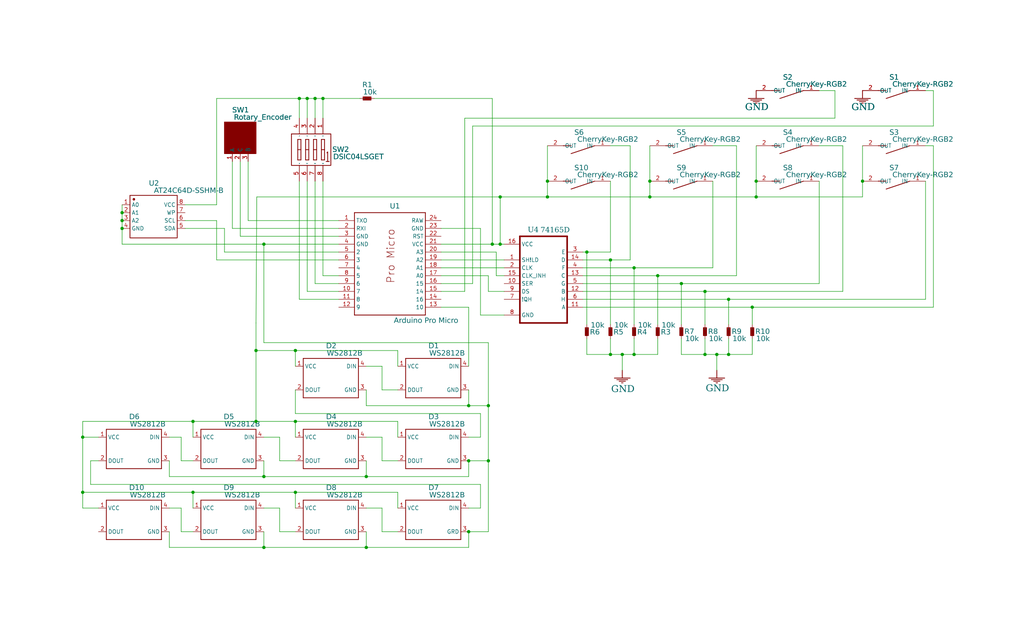
<source format=kicad_sch>
(kicad_sch (version 20231120) (generator "eeschema") (generator_version "8.0")
  (paper "User" 330.2 205.105)
  (title_block (date "2024-03-20") (rev "1.0"))
  (lib_symbols
    (symbol "AT24C64D-SSHM-B"
      (property "Reference" "U2" (at -1.4986 11.5951 0))
      (property "Value" "AT24C64D-SSHM-B" (at -1.4986 9.3091 0))
      (symbol "AT24C64D-SSHM-B_0_0"
        (rectangle (start -7.62 6.858) (end 7.62 -6.858) (stroke (width 0.254)))
        (circle (center -6.35 5.588) (radius 0.254) (stroke (width 0.254)) (fill (type outline)))
        (circle (center -6.35 5.588) (radius 0.254) (stroke (width 0.254)) (fill (type outline)))
        (pin unspecified line (at -10.16 3.81 0) (length 2.54) (name "A0") (number "1"))
        (pin unspecified line (at -10.16 1.27 0) (length 2.54) (name "A1") (number "2"))
        (pin unspecified line (at -10.16 -1.27 0) (length 2.54) (name "A2") (number "3"))
        (pin unspecified line (at -10.16 -3.81 0) (length 2.54) (name "GND") (number "4"))
        (pin unspecified line (at 10.16 -3.81 180) (length 2.54) (name "SDA") (number "5"))
        (pin unspecified line (at 10.16 -1.27 180) (length 2.54) (name "SCL") (number "6"))
        (pin unspecified line (at 10.16 1.27 180) (length 2.54) (name "WP") (number "7"))
        (pin unspecified line (at 10.16 3.81 180) (length 2.54) (name "VCC") (number "8"))
      )
    )
    (symbol "CherryKey-RGB2"
      (property "Reference" "S3" (at 11.2268 8.9535 0))
      (property "Value" "CherryKey-RGB2" (at 11.2268 6.7691 0))
      (symbol "CherryKey-RGB2_0_0"
        (polyline (pts (xy 7.62 3.81) (xy 10.16 3.81)) (stroke (width 0.254)))
        (polyline (pts (xy 17.78 3.81) (xy 10.16 1.27)) (stroke (width 0.254)))
        (pin unspecified line (at 22.86 3.81 180) (length 5.08) (name "IN") (number "1"))
        (pin unspecified line (at 2.54 3.81 0) (length 5.08) (name "OUT") (number "2"))
      )
    )
    (symbol "CherryKey-RGB2_1"
      (property "Reference" "S4" (at 11.2268 8.9535 0))
      (property "Value" "CherryKey-RGB2" (at 11.2268 6.7691 0))
      (symbol "CherryKey-RGB2_1_0_0"
        (polyline (pts (xy 7.62 3.81) (xy 10.16 3.81)) (stroke (width 0.254)))
        (polyline (pts (xy 17.78 3.81) (xy 10.16 1.27)) (stroke (width 0.254)))
        (pin unspecified line (at 22.86 3.81 180) (length 5.08) (name "IN") (number "1"))
        (pin unspecified line (at 2.54 3.81 0) (length 5.08) (name "OUT") (number "2"))
      )
    )
    (symbol "CherryKey-RGB2_2"
      (property "Reference" "S5" (at 11.2268 8.9535 0))
      (property "Value" "CherryKey-RGB2" (at 11.2268 6.7691 0))
      (symbol "CherryKey-RGB2_2_0_0"
        (polyline (pts (xy 7.62 3.81) (xy 10.16 3.81)) (stroke (width 0.254)))
        (polyline (pts (xy 17.78 3.81) (xy 10.16 1.27)) (stroke (width 0.254)))
        (pin unspecified line (at 22.86 3.81 180) (length 5.08) (name "IN") (number "1"))
        (pin unspecified line (at 2.54 3.81 0) (length 5.08) (name "OUT") (number "2"))
      )
    )
    (symbol "CherryKey-RGB2_3"
      (property "Reference" "S6" (at 11.2268 8.9535 0))
      (property "Value" "CherryKey-RGB2" (at 11.2268 6.7691 0))
      (symbol "CherryKey-RGB2_3_0_0"
        (polyline (pts (xy 7.62 3.81) (xy 10.16 3.81)) (stroke (width 0.254)))
        (polyline (pts (xy 17.78 3.81) (xy 10.16 1.27)) (stroke (width 0.254)))
        (pin unspecified line (at 22.86 3.81 180) (length 5.08) (name "IN") (number "1"))
        (pin unspecified line (at 2.54 3.81 0) (length 5.08) (name "OUT") (number "2"))
      )
    )
    (symbol "CherryKey-RGB2_4"
      (property "Reference" "S7" (at 11.2268 8.9535 0))
      (property "Value" "CherryKey-RGB2" (at 11.2268 6.7691 0))
      (symbol "CherryKey-RGB2_4_0_0"
        (polyline (pts (xy 7.62 3.81) (xy 10.16 3.81)) (stroke (width 0.254)))
        (polyline (pts (xy 17.78 3.81) (xy 10.16 1.27)) (stroke (width 0.254)))
        (pin unspecified line (at 22.86 3.81 180) (length 5.08) (name "IN") (number "1"))
        (pin unspecified line (at 2.54 3.81 0) (length 5.08) (name "OUT") (number "2"))
      )
    )
    (symbol "CherryKey-RGB2_5"
      (property "Reference" "S8" (at 11.2268 8.9535 0))
      (property "Value" "CherryKey-RGB2" (at 11.2268 6.7691 0))
      (symbol "CherryKey-RGB2_5_0_0"
        (polyline (pts (xy 7.62 3.81) (xy 10.16 3.81)) (stroke (width 0.254)))
        (polyline (pts (xy 17.78 3.81) (xy 10.16 1.27)) (stroke (width 0.254)))
        (pin unspecified line (at 22.86 3.81 180) (length 5.08) (name "IN") (number "1"))
        (pin unspecified line (at 2.54 3.81 0) (length 5.08) (name "OUT") (number "2"))
      )
    )
    (symbol "CherryKey-RGB2_6"
      (property "Reference" "S9" (at 11.2268 8.9535 0))
      (property "Value" "CherryKey-RGB2" (at 11.2268 6.7691 0))
      (symbol "CherryKey-RGB2_6_0_0"
        (polyline (pts (xy 7.62 3.81) (xy 10.16 3.81)) (stroke (width 0.254)))
        (polyline (pts (xy 17.78 3.81) (xy 10.16 1.27)) (stroke (width 0.254)))
        (pin unspecified line (at 22.86 3.81 180) (length 5.08) (name "IN") (number "1"))
        (pin unspecified line (at 2.54 3.81 0) (length 5.08) (name "OUT") (number "2"))
      )
    )
    (symbol "CherryKey-RGB2_7"
      (property "Reference" "S10" (at 11.2268 8.9535 0))
      (property "Value" "CherryKey-RGB2" (at 11.2268 6.7691 0))
      (symbol "CherryKey-RGB2_7_0_0"
        (polyline (pts (xy 7.62 3.81) (xy 10.16 3.81)) (stroke (width 0.254)))
        (polyline (pts (xy 17.78 3.81) (xy 10.16 1.27)) (stroke (width 0.254)))
        (pin unspecified line (at 22.86 3.81 180) (length 5.08) (name "IN") (number "1"))
        (pin unspecified line (at 2.54 3.81 0) (length 5.08) (name "OUT") (number "2"))
      )
    )
    (symbol "CherryKey-RGB2_8"
      (property "Reference" "S1" (at 11.2268 8.9535 0))
      (property "Value" "CherryKey-RGB2" (at 11.2268 6.7691 0))
      (symbol "CherryKey-RGB2_8_0_0"
        (polyline (pts (xy 7.62 3.81) (xy 10.16 3.81)) (stroke (width 0.254)))
        (polyline (pts (xy 17.78 3.81) (xy 10.16 1.27)) (stroke (width 0.254)))
        (pin unspecified line (at 22.86 3.81 180) (length 5.08) (name "IN") (number "1"))
        (pin unspecified line (at 2.54 3.81 0) (length 5.08) (name "OUT") (number "2"))
      )
    )
    (symbol "CherryKey-RGB2_9"
      (property "Reference" "S2" (at 11.2268 8.9535 0))
      (property "Value" "CherryKey-RGB2" (at 11.2268 6.7691 0))
      (symbol "CherryKey-RGB2_9_0_0"
        (polyline (pts (xy 7.62 3.81) (xy 10.16 3.81)) (stroke (width 0.254)))
        (polyline (pts (xy 17.78 3.81) (xy 10.16 1.27)) (stroke (width 0.254)))
        (pin unspecified line (at 22.86 3.81 180) (length 5.08) (name "IN") (number "1"))
        (pin unspecified line (at 2.54 3.81 0) (length 5.08) (name "OUT") (number "2"))
      )
    )
    (symbol "DSIC04LSGET"
      (property "Reference" "SW2" (at 6.858 0.9017 0))
      (property "Value" "DSIC04LSGET" (at 6.858 -1.3843 0))
      (symbol "DSIC04LSGET_0_0"
        (rectangle (start -6.35 5.08) (end 6.35 -5.08) (stroke (width 0.254)))
        (polyline (pts (xy -4.318 -3.302) (xy -4.318 3.302)) (stroke (width 0.254)))
        (polyline (pts (xy -4.318 3.302) (xy -3.302 3.302)) (stroke (width 0.254)))
        (polyline (pts (xy -3.302 -3.302) (xy -4.318 -3.302)) (stroke (width 0.254)))
        (polyline (pts (xy -3.302 0) (xy -4.318 0)) (stroke (width 0.254)))
        (polyline (pts (xy -3.302 3.302) (xy -3.302 -3.302)) (stroke (width 0.254)))
        (polyline (pts (xy -1.778 -3.302) (xy -1.778 3.302)) (stroke (width 0.254)))
        (polyline (pts (xy -1.778 3.302) (xy -0.762 3.302)) (stroke (width 0.254)))
        (polyline (pts (xy -0.762 -3.302) (xy -1.778 -3.302)) (stroke (width 0.254)))
        (polyline (pts (xy -0.762 0) (xy -1.778 0)) (stroke (width 0.254)))
        (polyline (pts (xy -0.762 3.302) (xy -0.762 -3.302)) (stroke (width 0.254)))
        (polyline (pts (xy 0.762 -3.302) (xy 0.762 3.302)) (stroke (width 0.254)))
        (polyline (pts (xy 0.762 3.302) (xy 1.778 3.302)) (stroke (width 0.254)))
        (polyline (pts (xy 1.778 -3.302) (xy 0.762 -3.302)) (stroke (width 0.254)))
        (polyline (pts (xy 1.778 0) (xy 0.762 0)) (stroke (width 0.254)))
        (polyline (pts (xy 1.778 3.302) (xy 1.778 -3.302)) (stroke (width 0.254)))
        (polyline (pts (xy 3.302 -3.302) (xy 3.302 3.302)) (stroke (width 0.254)))
        (polyline (pts (xy 3.302 3.302) (xy 4.318 3.302)) (stroke (width 0.254)))
        (polyline (pts (xy 4.318 -3.302) (xy 3.302 -3.302)) (stroke (width 0.254)))
        (polyline (pts (xy 4.318 0) (xy 3.302 0)) (stroke (width 0.254)))
        (polyline (pts (xy 4.318 3.302) (xy 4.318 -3.302)) (stroke (width 0.254)))
        (polyline (pts (xy 5.08 -1.016) (xy 5.334 -0.762)) (stroke (width 0.254)))
        (polyline (pts (xy 5.334 -0.762) (xy 5.334 -3.81)) (stroke (width 0.254)))
        (polyline (pts (xy 5.842 -3.81) (xy 4.826 -3.81)) (stroke (width 0.254)))
        (pin input line (at 3.81 10.16 270) (length 5.08) (name "A1") (number "1"))
        (pin input line (at 1.27 10.16 270) (length 5.08) (name "A2") (number "2"))
        (pin input line (at -1.27 10.16 270) (length 5.08) (name "A3") (number "3"))
        (pin input line (at -3.81 10.16 270) (length 5.08) (name "A4") (number "4"))
        (pin input line (at -3.81 -10.16 90) (length 5.08) (name "B4") (number "5"))
        (pin input line (at -1.27 -10.16 90) (length 5.08) (name "B3") (number "6"))
        (pin input line (at 1.27 -10.16 90) (length 5.08) (name "B2") (number "7"))
        (pin input line (at 3.81 -10.16 90) (length 5.08) (name "B1") (number "8"))
      )
    )
    (symbol "GND" (power) (pin_numbers hide) (pin_names hide)
      (property "Value" "GND" (at 0 6.35 0))
      (symbol "GND_0_0"
        (polyline (pts (xy -2.54 -2.54) (xy 2.54 -2.54)) (stroke (width 0.254)))
        (polyline (pts (xy -1.778 -3.048) (xy 1.778 -3.048)) (stroke (width 0.254)))
        (polyline (pts (xy -1.016 -3.556) (xy 1.016 -3.556)) (stroke (width 0.254)))
        (polyline (pts (xy -0.254 -4.064) (xy 0.254 -4.064)) (stroke (width 0.254)))
        (polyline (pts (xy 0 0) (xy 0 -2.54)) (stroke (width 0.254)))
        (pin power_in line (at 0 0 270) (length 0) (name "GND") (number "1"))
      )
    )
    (symbol "Resistor_small"
      (property "Reference" "R1" (at -2.7686 5.2451 0))
      (property "Value" "ResistorToday" (at -2.7686 2.9591 0))
      (symbol "Resistor_small_0_0"
        (rectangle (start -2.54 0.508) (end 0 -0.508) (stroke (width 0.254)) (fill (type outline)))
        (pin unspecified line (at -3.556 0 0) (length 2.54) (name "1") (number "1"))
        (pin unspecified line (at 1.016 0 180) (length 2.54) (name "2") (number "2"))
      )
    )
    (symbol "Resistor_small_1"
      (property "Reference" "R3" (at 1.016 1.9685 0))
      (property "Value" "ResistorToday" (at 1.016 4.2545 0))
      (symbol "Resistor_small_1_0_0"
        (rectangle (start -0.508 2.54) (end 0.508 0) (stroke (width 0.254)) (fill (type outline)))
        (pin unspecified line (at 0 3.556 270) (length 2.54) (name "1") (number "1"))
        (pin unspecified line (at 0 -1.016 90) (length 2.54) (name "2") (number "2"))
      )
    )
    (symbol "Resistor_small_2"
      (property "Reference" "R4" (at 1.016 1.9685 0))
      (property "Value" "ResistorToday" (at 1.016 4.2545 0))
      (symbol "Resistor_small_2_0_0"
        (rectangle (start -0.508 2.54) (end 0.508 0) (stroke (width 0.254)) (fill (type outline)))
        (pin unspecified line (at 0 3.556 270) (length 2.54) (name "1") (number "1"))
        (pin unspecified line (at 0 -1.016 90) (length 2.54) (name "2") (number "2"))
      )
    )
    (symbol "Resistor_small_3"
      (property "Reference" "R5" (at 1.016 1.9685 0))
      (property "Value" "ResistorToday" (at 1.016 4.2545 0))
      (symbol "Resistor_small_3_0_0"
        (rectangle (start -0.508 2.54) (end 0.508 0) (stroke (width 0.254)) (fill (type outline)))
        (pin unspecified line (at 0 3.556 270) (length 2.54) (name "1") (number "1"))
        (pin unspecified line (at 0 -1.016 90) (length 2.54) (name "2") (number "2"))
      )
    )
    (symbol "Resistor_small_4"
      (property "Reference" "R6" (at 1.016 1.9685 0))
      (property "Value" "ResistorToday" (at 1.016 4.2545 0))
      (symbol "Resistor_small_4_0_0"
        (rectangle (start -0.508 2.54) (end 0.508 0) (stroke (width 0.254)) (fill (type outline)))
        (pin unspecified line (at 0 3.556 270) (length 2.54) (name "1") (number "1"))
        (pin unspecified line (at 0 -1.016 90) (length 2.54) (name "2") (number "2"))
      )
    )
    (symbol "Resistor_small_5"
      (property "Reference" "R7" (at 1.016 2.1463 0))
      (property "Value" "ResistorToday" (at 1.016 -0.1143 0))
      (symbol "Resistor_small_5_0_0"
        (rectangle (start -0.508 2.54) (end 0.508 0) (stroke (width 0.254)) (fill (type outline)))
        (pin unspecified line (at 0 3.556 270) (length 2.54) (name "1") (number "1"))
        (pin unspecified line (at 0 -1.016 90) (length 2.54) (name "2") (number "2"))
      )
    )
    (symbol "Resistor_small_6"
      (property "Reference" "R8" (at 1.016 2.1463 0))
      (property "Value" "ResistorToday" (at 1.016 -0.1143 0))
      (symbol "Resistor_small_6_0_0"
        (rectangle (start -0.508 2.54) (end 0.508 0) (stroke (width 0.254)) (fill (type outline)))
        (pin unspecified line (at 0 3.556 270) (length 2.54) (name "1") (number "1"))
        (pin unspecified line (at 0 -1.016 90) (length 2.54) (name "2") (number "2"))
      )
    )
    (symbol "Resistor_small_7"
      (property "Reference" "R9" (at 1.016 2.1463 0))
      (property "Value" "ResistorToday" (at 1.016 -0.1143 0))
      (symbol "Resistor_small_7_0_0"
        (rectangle (start -0.508 2.54) (end 0.508 0) (stroke (width 0.254)) (fill (type outline)))
        (pin unspecified line (at 0 3.556 270) (length 2.54) (name "1") (number "1"))
        (pin unspecified line (at 0 -1.016 90) (length 2.54) (name "2") (number "2"))
      )
    )
    (symbol "Resistor_small_8"
      (property "Reference" "R10" (at 1.016 2.1463 0))
      (property "Value" "ResistorToday" (at 1.016 -0.1143 0))
      (symbol "Resistor_small_8_0_0"
        (rectangle (start -0.508 2.54) (end 0.508 0) (stroke (width 0.254)) (fill (type outline)))
        (pin unspecified line (at 0 3.556 270) (length 2.54) (name "1") (number "1"))
        (pin unspecified line (at 0 -1.016 90) (length 2.54) (name "2") (number "2"))
      )
    )
    (symbol "Rotary_Encoder"
      (property "Reference" "SW1" (at -2.5654 11.0871 0))
      (property "Value" "Rotary_Encoder" (at -2.5654 8.8011 0))
      (symbol "Rotary_Encoder_0_0"
        (rectangle (start -5.08 6.35) (end 5.08 -3.81) (stroke (width 0.254)) (fill (type outline)))
        (polyline (pts (xy -3.556 1.778) (xy -3.048 1.27)) (stroke (width 0.254)))
        (polyline (pts (xy -3.048 1.27) (xy -2.54 1.778)) (stroke (width 0.254)))
        (polyline (pts (xy -1.778 1.524) (xy 1.778 1.524)) (stroke (width 0.254)))
        (polyline (pts (xy 1.778 1.016) (xy -1.778 1.016)) (stroke (width 0.254)))
        (polyline (pts (xy 1.778 1.27) (xy -1.778 1.27)) (stroke (width 0.254)))
        (polyline (pts (xy 3.048 1.27) (xy 2.54 1.778)) (stroke (width 0.254)))
        (polyline (pts (xy 3.048 1.27) (xy 3.556 1.778)) (stroke (width 0.254)))
        (arc (start 0 3.175) (mid -0.0386 -0.6346) (end 0.0762 3.1496) (stroke (width 0.254)))
        (arc (start 3.048 1.27) (mid 0 4.318) (end -3.048 1.27) (stroke (width 0.254)))
        (pin input line (at -2.54 -6.35 90) (length 2.54) (name "A") (number "1"))
        (pin input line (at 0 -6.35 90) (length 2.54) (name "C") (number "2"))
        (pin input line (at 2.54 -6.35 90) (length 2.54) (name "B") (number "3"))
      )
    )
    (symbol "Unknown_420_-495"
      (property "Reference" "U1" (at 0 19.4691 0))
      (property "Value" "Arduino Pro Micro" (at 0 -17.3609 0))
      (symbol "Unknown_420_-495_0_0"
        (polyline (pts (xy -11.43 -16.51) (xy 11.43 -16.51)) (stroke (width 0.254)))
        (polyline (pts (xy -11.43 16.51) (xy -11.43 -16.51)) (stroke (width 0.254)))
        (polyline (pts (xy 11.43 -16.51) (xy 11.43 16.51)) (stroke (width 0.254)))
        (polyline (pts (xy 11.43 16.51) (xy -11.43 16.51)) (stroke (width 0.254)))
        (text "Pro Micro" (at -1.143 -6.35 900) (effects (font (size 2.413 2.413)) (justify left top)))
        (pin unspecified line (at -16.51 13.97 0) (length 5.08) (name "TXO") (number "1"))
        (pin unspecified line (at -16.51 -8.89 0) (length 5.08) (name "7") (number "10"))
        (pin unspecified line (at -16.51 -11.43 0) (length 5.08) (name "8") (number "11"))
        (pin unspecified line (at -16.51 -13.97 0) (length 5.08) (name "9") (number "12"))
        (pin unspecified line (at 16.51 -13.97 180) (length 5.08) (name "10") (number "13"))
        (pin unspecified line (at 16.51 -11.43 180) (length 5.08) (name "16") (number "14"))
        (pin unspecified line (at 16.51 -8.89 180) (length 5.08) (name "14") (number "15"))
        (pin unspecified line (at 16.51 -6.35 180) (length 5.08) (name "15") (number "16"))
        (pin unspecified line (at 16.51 -3.81 180) (length 5.08) (name "A0") (number "17"))
        (pin unspecified line (at 16.51 -1.27 180) (length 5.08) (name "A1") (number "18"))
        (pin unspecified line (at 16.51 1.27 180) (length 5.08) (name "A2") (number "19"))
        (pin unspecified line (at -16.51 11.43 0) (length 5.08) (name "RXI") (number "2"))
        (pin unspecified line (at 16.51 3.81 180) (length 5.08) (name "A3") (number "20"))
        (pin unspecified line (at 16.51 6.35 180) (length 5.08) (name "VCC") (number "21"))
        (pin unspecified line (at 16.51 8.89 180) (length 5.08) (name "RST") (number "22"))
        (pin unspecified line (at 16.51 11.43 180) (length 5.08) (name "GND") (number "23"))
        (pin unspecified line (at 16.51 13.97 180) (length 5.08) (name "RAW") (number "24"))
        (pin unspecified line (at -16.51 8.89 0) (length 5.08) (name "GND") (number "3"))
        (pin unspecified line (at -16.51 6.35 0) (length 5.08) (name "GND") (number "4"))
        (pin unspecified line (at -16.51 3.81 0) (length 5.08) (name "2") (number "5"))
        (pin unspecified line (at -16.51 1.27 0) (length 5.08) (name "3") (number "6"))
        (pin unspecified line (at -16.51 -1.27 0) (length 5.08) (name "4") (number "7"))
        (pin unspecified line (at -16.51 -3.81 0) (length 5.08) (name "5") (number "8"))
        (pin unspecified line (at -16.51 -6.35 0) (length 5.08) (name "6") (number "9"))
      )
    )
    (symbol "Unknown_615_-475"
      (property "Reference" "U4" (at -5.08 16.9291 0))
      (property "Value" "74165D" (at -1.27 16.9291 0))
      (symbol "Unknown_615_-475_0_0"
        (polyline (pts (xy -7.62 -13.97) (xy 7.62 -13.97)) (stroke (width 0.508)))
        (polyline (pts (xy -7.62 13.97) (xy -7.62 -13.97)) (stroke (width 0.508)))
        (polyline (pts (xy 7.62 -13.97) (xy 7.62 13.97)) (stroke (width 0.508)))
        (polyline (pts (xy 7.62 13.97) (xy -7.62 13.97)) (stroke (width 0.508)))
        (pin input line (at -12.7 6.35 0) (length 5.08) (name "SH!LD") (number "1"))
        (pin input line (at -12.7 -1.27 0) (length 5.08) (name "SER") (number "10"))
        (pin unspecified line (at 12.7 -8.89 180) (length 5.08) (name "A") (number "11"))
        (pin unspecified line (at 12.7 -3.81 180) (length 5.08) (name "B") (number "12"))
        (pin unspecified line (at 12.7 1.27 180) (length 5.08) (name "C") (number "13"))
        (pin unspecified line (at 12.7 6.35 180) (length 5.08) (name "D") (number "14"))
        (pin input line (at -12.7 1.27 0) (length 5.08) (name "CLK_INH") (number "15"))
        (pin passive line (at -12.7 11.43 0) (length 5.08) (name "VCC") (number "16"))
        (pin input line (at -12.7 3.81 0) (length 5.08) (name "CLK") (number "2"))
        (pin unspecified line (at 12.7 8.89 180) (length 5.08) (name "E") (number "3"))
        (pin unspecified line (at 12.7 3.81 180) (length 5.08) (name "F") (number "4"))
        (pin unspecified line (at 12.7 -1.27 180) (length 5.08) (name "G") (number "5"))
        (pin unspecified line (at 12.7 -6.35 180) (length 5.08) (name "H") (number "6"))
        (pin input line (at -12.7 -6.35 0) (length 5.08) (name "!QH") (number "7"))
        (pin passive line (at -12.7 -11.43 0) (length 5.08) (name "GND") (number "8"))
        (pin unspecified line (at -12.7 -3.81 0) (length 5.08) (name "DS") (number "9"))
      )
    )
    (symbol "WS2812B"
      (property "Reference" "D1" (at 4.826 12.5095 0))
      (property "Value" "WS2812B" (at 4.826 10.1981 0))
      (symbol "WS2812B_0_0"
        (polyline (pts (xy -2.54 -5.08) (xy 15.24 -5.08)) (stroke (width 0.254)))
        (polyline (pts (xy -2.54 7.62) (xy -2.54 -5.08)) (stroke (width 0.254)))
        (polyline (pts (xy 15.24 -5.08) (xy 15.24 7.62)) (stroke (width 0.254)))
        (polyline (pts (xy 15.24 7.62) (xy -2.54 7.62)) (stroke (width 0.254)))
        (pin passive line (at -5.08 5.08 0) (length 2.54) (name "VCC") (number "1"))
        (pin output line (at -5.08 -2.54 0) (length 2.54) (name "DOUT") (number "2"))
        (pin passive line (at 17.78 -2.54 180) (length 2.54) (name "GND") (number "3"))
        (pin input line (at 17.78 5.08 180) (length 2.54) (name "DIN") (number "4"))
      )
    )
    (symbol "WS2812B_1"
      (property "Reference" "D2" (at 4.826 12.5095 0))
      (property "Value" "WS2812B" (at 4.826 10.1981 0))
      (symbol "WS2812B_1_0_0"
        (polyline (pts (xy -2.54 -5.08) (xy 15.24 -5.08)) (stroke (width 0.254)))
        (polyline (pts (xy -2.54 7.62) (xy -2.54 -5.08)) (stroke (width 0.254)))
        (polyline (pts (xy 15.24 -5.08) (xy 15.24 7.62)) (stroke (width 0.254)))
        (polyline (pts (xy 15.24 7.62) (xy -2.54 7.62)) (stroke (width 0.254)))
        (pin passive line (at -5.08 5.08 0) (length 2.54) (name "VCC") (number "1"))
        (pin output line (at -5.08 -2.54 0) (length 2.54) (name "DOUT") (number "2"))
        (pin passive line (at 17.78 -2.54 180) (length 2.54) (name "GND") (number "3"))
        (pin input line (at 17.78 5.08 180) (length 2.54) (name "DIN") (number "4"))
      )
    )
    (symbol "WS2812B_2"
      (property "Reference" "D3" (at 4.826 12.5095 0))
      (property "Value" "WS2812B" (at 4.826 10.1981 0))
      (symbol "WS2812B_2_0_0"
        (polyline (pts (xy -2.54 -5.08) (xy 15.24 -5.08)) (stroke (width 0.254)))
        (polyline (pts (xy -2.54 7.62) (xy -2.54 -5.08)) (stroke (width 0.254)))
        (polyline (pts (xy 15.24 -5.08) (xy 15.24 7.62)) (stroke (width 0.254)))
        (polyline (pts (xy 15.24 7.62) (xy -2.54 7.62)) (stroke (width 0.254)))
        (pin passive line (at -5.08 5.08 0) (length 2.54) (name "VCC") (number "1"))
        (pin output line (at -5.08 -2.54 0) (length 2.54) (name "DOUT") (number "2"))
        (pin passive line (at 17.78 -2.54 180) (length 2.54) (name "GND") (number "3"))
        (pin input line (at 17.78 5.08 180) (length 2.54) (name "DIN") (number "4"))
      )
    )
    (symbol "WS2812B_3"
      (property "Reference" "D4" (at 4.826 12.5095 0))
      (property "Value" "WS2812B" (at 4.826 10.1981 0))
      (symbol "WS2812B_3_0_0"
        (polyline (pts (xy -2.54 -5.08) (xy 15.24 -5.08)) (stroke (width 0.254)))
        (polyline (pts (xy -2.54 7.62) (xy -2.54 -5.08)) (stroke (width 0.254)))
        (polyline (pts (xy 15.24 -5.08) (xy 15.24 7.62)) (stroke (width 0.254)))
        (polyline (pts (xy 15.24 7.62) (xy -2.54 7.62)) (stroke (width 0.254)))
        (pin passive line (at -5.08 5.08 0) (length 2.54) (name "VCC") (number "1"))
        (pin output line (at -5.08 -2.54 0) (length 2.54) (name "DOUT") (number "2"))
        (pin passive line (at 17.78 -2.54 180) (length 2.54) (name "GND") (number "3"))
        (pin input line (at 17.78 5.08 180) (length 2.54) (name "DIN") (number "4"))
      )
    )
    (symbol "WS2812B_4"
      (property "Reference" "D5" (at 4.826 12.5095 0))
      (property "Value" "WS2812B" (at 4.826 10.1981 0))
      (symbol "WS2812B_4_0_0"
        (polyline (pts (xy -2.54 -5.08) (xy 15.24 -5.08)) (stroke (width 0.254)))
        (polyline (pts (xy -2.54 7.62) (xy -2.54 -5.08)) (stroke (width 0.254)))
        (polyline (pts (xy 15.24 -5.08) (xy 15.24 7.62)) (stroke (width 0.254)))
        (polyline (pts (xy 15.24 7.62) (xy -2.54 7.62)) (stroke (width 0.254)))
        (pin passive line (at -5.08 5.08 0) (length 2.54) (name "VCC") (number "1"))
        (pin output line (at -5.08 -2.54 0) (length 2.54) (name "DOUT") (number "2"))
        (pin passive line (at 17.78 -2.54 180) (length 2.54) (name "GND") (number "3"))
        (pin input line (at 17.78 5.08 180) (length 2.54) (name "DIN") (number "4"))
      )
    )
    (symbol "WS2812B_5"
      (property "Reference" "D6" (at 4.826 12.5095 0))
      (property "Value" "WS2812B" (at 4.826 10.1981 0))
      (symbol "WS2812B_5_0_0"
        (polyline (pts (xy -2.54 -5.08) (xy 15.24 -5.08)) (stroke (width 0.254)))
        (polyline (pts (xy -2.54 7.62) (xy -2.54 -5.08)) (stroke (width 0.254)))
        (polyline (pts (xy 15.24 -5.08) (xy 15.24 7.62)) (stroke (width 0.254)))
        (polyline (pts (xy 15.24 7.62) (xy -2.54 7.62)) (stroke (width 0.254)))
        (pin passive line (at -5.08 5.08 0) (length 2.54) (name "VCC") (number "1"))
        (pin output line (at -5.08 -2.54 0) (length 2.54) (name "DOUT") (number "2"))
        (pin passive line (at 17.78 -2.54 180) (length 2.54) (name "GND") (number "3"))
        (pin input line (at 17.78 5.08 180) (length 2.54) (name "DIN") (number "4"))
      )
    )
    (symbol "WS2812B_6"
      (property "Reference" "D7" (at 4.826 12.5095 0))
      (property "Value" "WS2812B" (at 4.826 10.1981 0))
      (symbol "WS2812B_6_0_0"
        (polyline (pts (xy -2.54 -5.08) (xy 15.24 -5.08)) (stroke (width 0.254)))
        (polyline (pts (xy -2.54 7.62) (xy -2.54 -5.08)) (stroke (width 0.254)))
        (polyline (pts (xy 15.24 -5.08) (xy 15.24 7.62)) (stroke (width 0.254)))
        (polyline (pts (xy 15.24 7.62) (xy -2.54 7.62)) (stroke (width 0.254)))
        (pin passive line (at -5.08 5.08 0) (length 2.54) (name "VCC") (number "1"))
        (pin output line (at -5.08 -2.54 0) (length 2.54) (name "DOUT") (number "2"))
        (pin passive line (at 17.78 -2.54 180) (length 2.54) (name "GRD") (number "3"))
        (pin input line (at 17.78 5.08 180) (length 2.54) (name "DIN") (number "4"))
      )
    )
    (symbol "WS2812B_7"
      (property "Reference" "D8" (at 4.826 12.5095 0))
      (property "Value" "WS2812B" (at 4.826 10.1981 0))
      (symbol "WS2812B_7_0_0"
        (polyline (pts (xy -2.54 -5.08) (xy 15.24 -5.08)) (stroke (width 0.254)))
        (polyline (pts (xy -2.54 7.62) (xy -2.54 -5.08)) (stroke (width 0.254)))
        (polyline (pts (xy 15.24 -5.08) (xy 15.24 7.62)) (stroke (width 0.254)))
        (polyline (pts (xy 15.24 7.62) (xy -2.54 7.62)) (stroke (width 0.254)))
        (pin passive line (at -5.08 5.08 0) (length 2.54) (name "VCC") (number "1"))
        (pin output line (at -5.08 -2.54 0) (length 2.54) (name "DOUT") (number "2"))
        (pin passive line (at 17.78 -2.54 180) (length 2.54) (name "GND") (number "3"))
        (pin input line (at 17.78 5.08 180) (length 2.54) (name "DIN") (number "4"))
      )
    )
    (symbol "WS2812B_8"
      (property "Reference" "D9" (at 4.826 12.5095 0))
      (property "Value" "WS2812B" (at 4.826 10.1981 0))
      (symbol "WS2812B_8_0_0"
        (polyline (pts (xy -2.54 -5.08) (xy 15.24 -5.08)) (stroke (width 0.254)))
        (polyline (pts (xy -2.54 7.62) (xy -2.54 -5.08)) (stroke (width 0.254)))
        (polyline (pts (xy 15.24 -5.08) (xy 15.24 7.62)) (stroke (width 0.254)))
        (polyline (pts (xy 15.24 7.62) (xy -2.54 7.62)) (stroke (width 0.254)))
        (pin passive line (at -5.08 5.08 0) (length 2.54) (name "VCC") (number "1"))
        (pin output line (at -5.08 -2.54 0) (length 2.54) (name "DOUT") (number "2"))
        (pin passive line (at 17.78 -2.54 180) (length 2.54) (name "GND") (number "3"))
        (pin input line (at 17.78 5.08 180) (length 2.54) (name "DIN") (number "4"))
      )
    )
    (symbol "WS2812B_9"
      (property "Reference" "D10" (at 4.826 12.5095 0))
      (property "Value" "WS2812B" (at 4.826 10.1981 0))
      (symbol "WS2812B_9_0_0"
        (polyline (pts (xy -2.54 -5.08) (xy 15.24 -5.08)) (stroke (width 0.254)))
        (polyline (pts (xy -2.54 7.62) (xy -2.54 -5.08)) (stroke (width 0.254)))
        (polyline (pts (xy 15.24 -5.08) (xy 15.24 7.62)) (stroke (width 0.254)))
        (polyline (pts (xy 15.24 7.62) (xy -2.54 7.62)) (stroke (width 0.254)))
        (pin passive line (at -5.08 5.08 0) (length 2.54) (name "VCC") (number "1"))
        (pin output line (at -5.08 -2.54 0) (length 2.54) (name "DOUT") (number "2"))
        (pin passive line (at 17.78 -2.54 180) (length 2.54) (name "GND") (number "3"))
        (pin input line (at 17.78 5.08 180) (length 2.54) (name "DIN") (number "4"))
      )
    )
  )
  (junction (at 231.14 114.3))
  (junction (at 209.55 63.5))
  (junction (at 243.84 58.42))
  (junction (at 234.95 96.52))
  (junction (at 227.33 114.3))
  (junction (at 99.06 31.75))
  (junction (at 161.29 78.74))
  (junction (at 157.48 148.59))
  (junction (at 189.23 81.28))
  (junction (at 85.09 176.53))
  (junction (at 209.55 58.42))
  (junction (at 118.11 176.53))
  (junction (at 39.37 71.12))
  (junction (at 26.67 140.97))
  (junction (at 151.13 130.81))
  (junction (at 101.6 31.75))
  (junction (at 85.09 78.74))
  (junction (at 176.53 58.42))
  (junction (at 82.55 113.03))
  (junction (at 104.14 31.75))
  (junction (at 278.13 58.42))
  (junction (at 95.25 135.89))
  (junction (at 157.48 130.81))
  (junction (at 62.23 158.75))
  (junction (at 158.75 78.74))
  (junction (at 118.11 153.67))
  (junction (at 26.67 158.75))
  (junction (at 95.25 158.75))
  (junction (at 243.84 63.5))
  (junction (at 151.13 148.59))
  (junction (at 39.37 68.58))
  (junction (at 242.57 99.06))
  (junction (at 234.95 114.3))
  (junction (at 196.85 114.3))
  (junction (at 200.66 114.3))
  (junction (at 176.53 63.5))
  (junction (at 85.09 153.67))
  (junction (at 204.47 114.3))
  (junction (at 62.23 135.89))
  (junction (at 151.13 171.45))
  (junction (at 161.29 63.5))
  (junction (at 96.52 31.75))
  (junction (at 219.71 91.44))
  (junction (at 82.55 135.89))
  (junction (at 196.85 83.82))
  (junction (at 212.09 88.9))
  (junction (at 95.25 113.03))
  (junction (at 39.37 73.66))
  (junction (at 227.33 93.98))
  (junction (at 204.47 86.36))
  (wire (pts (xy 271.78 46.99) (xy 271.78 93.98)))
  (wire (pts (xy 219.71 104.648) (xy 219.71 91.44)))
  (wire (pts (xy 298.45 29.21) (xy 300.99 29.21)))
  (wire (pts (xy 90.17 140.97) (xy 85.09 140.97)))
  (wire (pts (xy 227.33 109.22) (xy 227.33 114.3)))
  (wire (pts (xy 104.14 58.42) (xy 104.14 88.9)))
  (wire (pts (xy 26.67 158.75) (xy 26.67 163.83)))
  (wire (pts (xy 212.09 109.22) (xy 212.09 114.3)))
  (wire (pts (xy 243.84 58.42) (xy 243.84 46.99)))
  (wire (pts (xy 85.09 110.49) (xy 85.09 78.74)))
  (wire (pts (xy 82.55 104.14) (xy 82.804 63.5)))
  (wire (pts (xy 26.67 140.97) (xy 26.67 158.75)))
  (wire (pts (xy 95.25 140.97) (xy 95.25 135.89)))
  (wire (pts (xy 149.86 38.1) (xy 149.86 93.98)))
  (wire (pts (xy 212.09 114.3) (xy 204.47 114.3)))
  (wire (pts (xy 234.95 104.648) (xy 234.95 96.52)))
  (wire (pts (xy 62.23 158.75) (xy 26.67 158.75)))
  (wire (pts (xy 58.42 148.59) (xy 58.42 140.97)))
  (wire (pts (xy 204.47 109.22) (xy 204.47 114.3)))
  (wire (pts (xy 62.23 135.89) (xy 26.67 135.89)))
  (wire (pts (xy 123.19 125.73) (xy 128.27 125.73)))
  (wire (pts (xy 82.55 113.03) (xy 82.55 104.14)))
  (wire (pts (xy 95.25 133.35) (xy 154.94 133.35)))
  (wire (pts (xy 109.22 73.66) (xy 74.93 73.66)))
  (wire (pts (xy 39.37 78.74) (xy 39.37 73.66)))
  (wire (pts (xy 95.25 163.83) (xy 95.25 158.75)))
  (wire (pts (xy 59.69 66.04) (xy 69.85 66.04)))
  (wire (pts (xy 157.48 130.81) (xy 157.48 110.49)))
  (wire (pts (xy 196.85 81.28) (xy 189.23 81.28)))
  (wire (pts (xy 196.85 114.3) (xy 189.23 114.3)))
  (wire (pts (xy 99.06 31.75) (xy 96.52 31.75)))
  (wire (pts (xy 154.94 163.83) (xy 154.94 156.21)))
  (wire (pts (xy 85.09 171.45) (xy 85.09 176.53)))
  (wire (pts (xy 151.13 176.53) (xy 118.11 176.53)))
  (wire (pts (xy 234.95 109.22) (xy 234.95 114.3)))
  (wire (pts (xy 271.78 93.98) (xy 227.33 93.98)))
  (wire (pts (xy 101.6 58.42) (xy 101.6 91.44)))
  (wire (pts (xy 101.6 38.1) (xy 101.6 31.75)))
  (wire (pts (xy 123.19 118.11) (xy 123.19 125.73)))
  (wire (pts (xy 229.87 46.99) (xy 237.49 46.99)))
  (wire (pts (xy 90.17 148.59) (xy 90.17 140.97)))
  (wire (pts (xy 160.02 81.28) (xy 160.02 88.9)))
  (wire (pts (xy 200.66 119.38) (xy 200.66 114.3)))
  (wire (pts (xy 234.95 114.3) (xy 231.14 114.3)))
  (wire (pts (xy 142.24 81.28) (xy 160.02 81.28)))
  (wire (pts (xy 142.24 78.74) (xy 158.75 78.74)))
  (wire (pts (xy 82.55 135.89) (xy 62.23 135.89)))
  (wire (pts (xy 85.09 78.74) (xy 109.22 78.74)))
  (wire (pts (xy 151.13 171.45) (xy 157.48 171.45)))
  (wire (pts (xy 300.99 29.21) (xy 300.99 40.64)))
  (wire (pts (xy 82.55 113.03) (xy 82.55 135.89)))
  (wire (pts (xy 298.45 58.42) (xy 298.45 96.52)))
  (wire (pts (xy 69.85 66.04) (xy 69.85 31.75)))
  (wire (pts (xy 82.804 63.5) (xy 161.29 63.5)))
  (wire (pts (xy 90.17 171.45) (xy 90.17 163.83)))
  (wire (pts (xy 118.11 153.67) (xy 85.09 153.67)))
  (wire (pts (xy 237.49 46.99) (xy 237.49 88.9)))
  (wire (pts (xy 118.11 148.59) (xy 118.11 153.67)))
  (wire (pts (xy 29.21 156.21) (xy 29.21 148.59)))
  (wire (pts (xy 196.85 83.82) (xy 187.96 83.82)))
  (wire (pts (xy 95.25 171.45) (xy 90.17 171.45)))
  (wire (pts (xy 189.23 104.648) (xy 189.23 81.28)))
  (wire (pts (xy 128.27 171.45) (xy 123.19 171.45)))
  (wire (pts (xy 189.23 81.28) (xy 187.96 81.28)))
  (wire (pts (xy 95.25 135.89) (xy 82.55 135.89)))
  (wire (pts (xy 58.42 163.83) (xy 54.61 163.83)))
  (wire (pts (xy 176.53 58.42) (xy 176.53 63.5)))
  (wire (pts (xy 243.84 63.5) (xy 278.13 63.5)))
  (wire (pts (xy 162.56 101.6) (xy 154.94 101.6)))
  (wire (pts (xy 157.48 110.49) (xy 85.09 110.49)))
  (wire (pts (xy 85.09 148.59) (xy 85.09 153.67)))
  (wire (pts (xy 204.47 104.648) (xy 204.47 86.36)))
  (wire (pts (xy 120.65 31.75) (xy 158.75 31.75)))
  (wire (pts (xy 69.85 83.82) (xy 69.85 71.12)))
  (wire (pts (xy 157.48 88.9) (xy 142.24 88.9)))
  (wire (pts (xy 123.19 148.59) (xy 123.19 140.97)))
  (wire (pts (xy 264.16 91.44) (xy 219.71 91.44)))
  (wire (pts (xy 231.14 119.38) (xy 231.14 114.3)))
  (wire (pts (xy 118.11 125.73) (xy 118.11 130.81)))
  (wire (pts (xy 39.37 73.66) (xy 39.37 71.12)))
  (wire (pts (xy 157.48 171.45) (xy 157.48 148.59)))
  (wire (pts (xy 162.56 93.98) (xy 157.48 93.98)))
  (wire (pts (xy 269.24 29.21) (xy 269.24 38.1)))
  (wire (pts (xy 118.11 171.45) (xy 118.11 176.53)))
  (wire (pts (xy 204.47 114.3) (xy 200.66 114.3)))
  (wire (pts (xy 62.23 140.97) (xy 62.23 135.89)))
  (wire (pts (xy 95.25 113.03) (xy 95.25 118.11)))
  (wire (pts (xy 123.19 163.83) (xy 118.11 163.83)))
  (wire (pts (xy 209.55 63.5) (xy 243.84 63.5)))
  (wire (pts (xy 80.01 71.12) (xy 109.22 71.12)))
  (wire (pts (xy 154.94 101.6) (xy 154.94 73.66)))
  (wire (pts (xy 101.6 31.75) (xy 99.06 31.75)))
  (wire (pts (xy 227.33 104.648) (xy 227.33 93.98)))
  (wire (pts (xy 26.67 135.89) (xy 26.67 140.97)))
  (wire (pts (xy 219.71 114.3) (xy 227.33 114.3)))
  (wire (pts (xy 151.13 163.83) (xy 154.94 163.83)))
  (wire (pts (xy 72.39 81.28) (xy 109.22 81.28)))
  (wire (pts (xy 149.86 93.98) (xy 142.24 93.98)))
  (wire (pts (xy 128.27 118.11) (xy 128.27 113.03)))
  (wire (pts (xy 128.27 135.89) (xy 95.25 135.89)))
  (wire (pts (xy 54.61 153.67) (xy 54.61 148.59)))
  (wire (pts (xy 212.09 104.648) (xy 212.09 88.9)))
  (wire (pts (xy 200.66 114.3) (xy 196.85 114.3)))
  (wire (pts (xy 72.39 73.66) (xy 72.39 81.28)))
  (wire (pts (xy 196.85 58.42) (xy 196.85 81.28)))
  (wire (pts (xy 154.94 73.66) (xy 142.24 73.66)))
  (wire (pts (xy 161.29 63.5) (xy 176.53 63.5)))
  (wire (pts (xy 116.078 31.75) (xy 104.14 31.75)))
  (wire (pts (xy 219.71 114.3) (xy 219.71 109.22)))
  (wire (pts (xy 157.48 148.59) (xy 151.13 148.59)))
  (wire (pts (xy 196.85 109.22) (xy 196.85 114.3)))
  (wire (pts (xy 58.42 140.97) (xy 54.61 140.97)))
  (wire (pts (xy 151.13 171.45) (xy 151.13 176.53)))
  (wire (pts (xy 243.84 58.42) (xy 243.84 63.5)))
  (wire (pts (xy 29.21 148.59) (xy 31.75 148.59)))
  (wire (pts (xy 118.11 176.53) (xy 85.09 176.53)))
  (wire (pts (xy 196.85 104.648) (xy 196.85 83.82)))
  (wire (pts (xy 160.02 88.9) (xy 162.56 88.9)))
  (wire (pts (xy 39.37 68.58) (xy 39.37 66.04)))
  (wire (pts (xy 157.48 130.81) (xy 151.13 130.81)))
  (wire (pts (xy 242.57 114.3) (xy 234.95 114.3)))
  (wire (pts (xy 104.14 38.1) (xy 104.14 31.75)))
  (wire (pts (xy 59.69 73.66) (xy 72.39 73.66)))
  (wire (pts (xy 128.27 140.97) (xy 128.27 135.89)))
  (wire (pts (xy 204.47 86.36) (xy 187.96 86.36)))
  (wire (pts (xy 104.14 31.75) (xy 101.6 31.75)))
  (wire (pts (xy 176.53 58.42) (xy 176.53 46.99)))
  (wire (pts (xy 95.25 125.73) (xy 95.25 133.35)))
  (wire (pts (xy 142.24 91.44) (xy 152.4 91.44)))
  (wire (pts (xy 118.11 118.11) (xy 123.19 118.11)))
  (wire (pts (xy 77.47 52.07) (xy 77.47 76.2)))
  (wire (pts (xy 162.56 78.74) (xy 161.29 78.74)))
  (wire (pts (xy 104.14 88.9) (xy 109.22 88.9)))
  (wire (pts (xy 176.53 63.5) (xy 209.55 63.5)))
  (wire (pts (xy 157.48 93.98) (xy 157.48 88.9)))
  (wire (pts (xy 227.33 93.98) (xy 187.96 93.98)))
  (wire (pts (xy 298.45 96.52) (xy 234.95 96.52)))
  (wire (pts (xy 229.87 86.36) (xy 204.47 86.36)))
  (wire (pts (xy 189.23 114.3) (xy 189.23 109.22)))
  (wire (pts (xy 157.48 148.59) (xy 157.48 130.81)))
  (wire (pts (xy 39.37 71.12) (xy 39.37 68.58)))
  (wire (pts (xy 209.55 58.42) (xy 209.55 46.99)))
  (wire (pts (xy 227.33 114.3) (xy 231.14 114.3)))
  (wire (pts (xy 101.6 91.44) (xy 109.22 91.44)))
  (wire (pts (xy 99.06 93.98) (xy 109.22 93.98)))
  (wire (pts (xy 264.16 29.21) (xy 269.24 29.21)))
  (wire (pts (xy 96.52 31.75) (xy 96.52 38.1)))
  (wire (pts (xy 278.13 58.42) (xy 278.13 63.5)))
  (wire (pts (xy 151.13 153.67) (xy 118.11 153.67)))
  (wire (pts (xy 85.09 153.67) (xy 54.61 153.67)))
  (wire (pts (xy 80.01 52.07) (xy 80.01 71.12)))
  (wire (pts (xy 237.49 88.9) (xy 212.09 88.9)))
  (wire (pts (xy 95.25 113.03) (xy 82.55 113.03)))
  (wire (pts (xy 219.71 91.44) (xy 187.96 91.44)))
  (wire (pts (xy 90.17 163.83) (xy 85.09 163.83)))
  (wire (pts (xy 85.09 176.53) (xy 54.61 176.53)))
  (wire (pts (xy 151.13 99.06) (xy 151.13 118.11)))
  (wire (pts (xy 300.99 99.06) (xy 242.57 99.06)))
  (wire (pts (xy 151.13 130.81) (xy 151.13 125.73)))
  (wire (pts (xy 85.09 78.74) (xy 39.37 78.74)))
  (wire (pts (xy 278.13 58.42) (xy 278.13 46.99)))
  (wire (pts (xy 242.57 104.648) (xy 242.57 99.06)))
  (wire (pts (xy 154.94 140.97) (xy 151.13 140.97)))
  (wire (pts (xy 158.75 31.75) (xy 158.75 78.74)))
  (wire (pts (xy 62.23 163.83) (xy 62.23 158.75)))
  (wire (pts (xy 196.85 46.99) (xy 203.2 46.99)))
  (wire (pts (xy 58.42 171.45) (xy 58.42 163.83)))
  (wire (pts (xy 242.57 99.06) (xy 187.96 99.06)))
  (wire (pts (xy 95.25 148.59) (xy 90.17 148.59)))
  (wire (pts (xy 26.67 140.97) (xy 31.75 140.97)))
  (wire (pts (xy 95.25 158.75) (xy 62.23 158.75)))
  (wire (pts (xy 234.95 96.52) (xy 187.96 96.52)))
  (wire (pts (xy 118.11 130.81) (xy 151.13 130.81)))
  (wire (pts (xy 62.23 171.45) (xy 58.42 171.45)))
  (wire (pts (xy 242.57 109.22) (xy 242.57 114.3)))
  (wire (pts (xy 128.27 163.83) (xy 128.27 158.75)))
  (wire (pts (xy 300.99 46.99) (xy 300.99 99.06)))
  (wire (pts (xy 128.27 148.59) (xy 123.19 148.59)))
  (wire (pts (xy 203.2 83.82) (xy 196.85 83.82)))
  (wire (pts (xy 96.52 58.42) (xy 96.52 96.52)))
  (wire (pts (xy 152.4 40.64) (xy 152.4 91.44)))
  (wire (pts (xy 229.87 58.42) (xy 229.87 86.36)))
  (wire (pts (xy 151.13 148.59) (xy 151.13 153.67)))
  (wire (pts (xy 128.27 113.03) (xy 95.25 113.03)))
  (wire (pts (xy 142.24 99.06) (xy 151.13 99.06)))
  (wire (pts (xy 69.85 31.75) (xy 96.52 31.75)))
  (wire (pts (xy 123.19 140.97) (xy 118.11 140.97)))
  (wire (pts (xy 128.27 158.75) (xy 95.25 158.75)))
  (wire (pts (xy 152.4 40.64) (xy 300.99 40.64)))
  (wire (pts (xy 264.16 58.42) (xy 264.16 91.44)))
  (wire (pts (xy 123.19 171.45) (xy 123.19 163.83)))
  (wire (pts (xy 69.85 71.12) (xy 59.69 71.12)))
  (wire (pts (xy 74.93 73.66) (xy 74.93 52.07)))
  (wire (pts (xy 203.2 46.99) (xy 203.2 83.82)))
  (wire (pts (xy 142.24 86.36) (xy 162.56 86.36)))
  (wire (pts (xy 149.86 38.1) (xy 269.24 38.1)))
  (wire (pts (xy 209.55 58.42) (xy 209.55 63.5)))
  (wire (pts (xy 154.94 156.21) (xy 29.21 156.21)))
  (wire (pts (xy 54.61 176.53) (xy 54.61 171.45)))
  (wire (pts (xy 162.56 83.82) (xy 142.24 83.82)))
  (wire (pts (xy 154.94 133.35) (xy 154.94 140.97)))
  (wire (pts (xy 77.47 76.2) (xy 109.22 76.2)))
  (wire (pts (xy 26.67 163.83) (xy 31.75 163.83)))
  (wire (pts (xy 212.09 88.9) (xy 187.96 88.9)))
  (wire (pts (xy 99.06 38.1) (xy 99.06 31.75)))
  (wire (pts (xy 158.75 78.74) (xy 161.29 78.74)))
  (wire (pts (xy 161.29 63.5) (xy 161.29 78.74)))
  (wire (pts (xy 298.45 46.99) (xy 300.99 46.99)))
  (wire (pts (xy 62.23 148.59) (xy 58.42 148.59)))
  (wire (pts (xy 99.06 58.42) (xy 99.06 93.98)))
  (wire (pts (xy 264.16 46.99) (xy 271.78 46.99)))
  (wire (pts (xy 109.22 83.82) (xy 69.85 83.82)))
  (wire (pts (xy 96.52 96.52) (xy 109.22 96.52)))
  (symbol (lib_id "WS2812B_9") (at 36.83 168.91 0) (unit 0)
    (property "Reference" "D10" (at 41.656 156.4005 0) (effects (font (size 1.6891 1.6891)) (justify left top)))
    (property "Value" "WS2812B" (at 41.656 158.7119 0) (effects (font (size 1.6891 1.6891)) (justify left top)))
  )
  (symbol (lib_id "Unknown_615_-475") (at 175.26 90.17 0) (unit 0)
    (property "Reference" "U4" (at 170.18 73.2409 0) (effects (font (size 1.6891 1.6891)) (justify left top)))
    (property "Value" "74165D" (at 173.99 73.2409 0) (effects (font (size 1.6891 1.6891)) (justify left top)))
  )
  (symbol (lib_id "Resistor_small_8") (at 242.57 108.204 0) (unit 0)
    (property "Reference" "R10" (at 243.586 106.0577 0) (effects (font (size 1.6891 1.6891)) (justify left top)))
    (property "Value" "10k" (at 243.586 108.3183 0) (effects (font (size 1.6891 1.6891)) (justify left top)))
  )
  (symbol (lib_id "Resistor_small_5") (at 219.71 108.204 0) (unit 0)
    (property "Reference" "R7" (at 220.726 106.0577 0) (effects (font (size 1.6891 1.6891)) (justify left top)))
    (property "Value" "10k" (at 220.726 108.3183 0) (effects (font (size 1.6891 1.6891)) (justify left top)))
  )
  (symbol (lib_id "CherryKey-RGB2_5") (at 241.3 62.23 0) (unit 0)
    (property "Reference" "S8" (at 252.5268 53.2765 0) (effects (font (size 1.6891 1.6891)) (justify left top)))
    (property "Value" "CherryKey-RGB2" (at 252.5268 55.4609 0) (effects (font (size 1.6891 1.6891)) (justify left top)))
  )
  (symbol (lib_id "CherryKey-RGB2_2") (at 207.01 50.8 0) (unit 0)
    (property "Reference" "S5" (at 218.2368 41.8465 0) (effects (font (size 1.6891 1.6891)) (justify left top)))
    (property "Value" "CherryKey-RGB2" (at 218.2368 44.0309 0) (effects (font (size 1.6891 1.6891)) (justify left top)))
  )
  (symbol (lib_id "CherryKey-RGB2_8") (at 275.59 33.02 0) (unit 0)
    (property "Reference" "S1" (at 286.8168 24.0665 0) (effects (font (size 1.6891 1.6891)) (justify left top)))
    (property "Value" "CherryKey-RGB2" (at 286.8168 26.2509 0) (effects (font (size 1.6891 1.6891)) (justify left top)))
  )
  (symbol (lib_id "CherryKey-RGB2_1") (at 241.3 50.8 0) (unit 0)
    (property "Reference" "S4" (at 252.5268 41.8465 0) (effects (font (size 1.6891 1.6891)) (justify left top)))
    (property "Value" "CherryKey-RGB2" (at 252.5268 44.0309 0) (effects (font (size 1.6891 1.6891)) (justify left top)))
  )
  (symbol (lib_id "WS2812B_3") (at 100.33 146.05 0) (unit 0)
    (property "Reference" "D4" (at 105.156 133.5405 0) (effects (font (size 1.6891 1.6891)) (justify left top)))
    (property "Value" "WS2812B" (at 105.156 135.8519 0) (effects (font (size 1.6891 1.6891)) (justify left top)))
  )
  (symbol (lib_id "Rotary_Encoder") (at 77.47 45.72 0) (unit 0)
    (property "Reference" "SW1" (at 74.9046 34.6329 0) (effects (font (size 1.6891 1.6891)) (justify left top)))
    (property "Value" "Rotary_Encoder" (at 74.9046 36.9189 0) (effects (font (size 1.6891 1.6891)) (justify left top)))
  )
  (symbol (lib_id "CherryKey-RGB2_3") (at 173.99 50.8 0) (unit 0)
    (property "Reference" "S6" (at 185.2168 41.8465 0) (effects (font (size 1.6891 1.6891)) (justify left top)))
    (property "Value" "CherryKey-RGB2" (at 185.2168 44.0309 0) (effects (font (size 1.6891 1.6891)) (justify left top)))
  )
  (symbol (lib_id "GND") (at 278.13 29.21 0) (unit 0)
    (property "Reference" "#PWR?" (effects (hide yes)))
    (property "Value" "GND" (at 274.828 35.814 0) (effects (font (size 2.1717 2.1717)) (justify left bottom)))
    (property "Description" "Power symbol creates a global label with name 'GND'" (effects (hide yes)))
  )
  (symbol (lib_id "Unknown_420_-495") (at 125.73 85.09 0) (unit 0)
    (property "Reference" "U1" (at 125.73 65.6209 0) (effects (font (size 1.6891 1.6891)) (justify left top)))
    (property "Value" "Arduino Pro Micro" (at 125.73 102.4509 0) (effects (font (size 1.6891 1.6891)) (justify left top)))
  )
  (symbol (lib_id "CherryKey-RGB2") (at 275.59 50.8 0) (unit 0)
    (property "Reference" "S3" (at 286.8168 41.8465 0) (effects (font (size 1.6891 1.6891)) (justify left top)))
    (property "Value" "CherryKey-RGB2" (at 286.8168 44.0309 0) (effects (font (size 1.6891 1.6891)) (justify left top)))
  )
  (symbol (lib_id "CherryKey-RGB2_9") (at 241.3 33.02 0) (unit 0)
    (property "Reference" "S2" (at 252.5268 24.0665 0) (effects (font (size 1.6891 1.6891)) (justify left top)))
    (property "Value" "CherryKey-RGB2" (at 252.5268 26.2509 0) (effects (font (size 1.6891 1.6891)) (justify left top)))
  )
  (symbol (lib_id "CherryKey-RGB2_6") (at 207.01 62.23 0) (unit 0)
    (property "Reference" "S9" (at 218.2368 53.2765 0) (effects (font (size 1.6891 1.6891)) (justify left top)))
    (property "Value" "CherryKey-RGB2" (at 218.2368 55.4609 0) (effects (font (size 1.6891 1.6891)) (justify left top)))
  )
  (symbol (lib_id "AT24C64D-SSHM-B") (at 49.53 69.85 0) (unit 0)
    (property "Reference" "U2" (at 48.0314 58.2549 0) (effects (font (size 1.6891 1.6891)) (justify left top)))
    (property "Value" "AT24C64D-SSHM-B" (at 48.0314 60.5409 0) (effects (font (size 1.6891 1.6891)) (justify left top)))
  )
  (symbol (lib_id "GND") (at 200.66 119.38 0) (unit 0)
    (property "Reference" "#PWR?" (effects (hide yes)))
    (property "Value" "GND" (at 197.358 126.746 0) (effects (font (size 2.1717 2.1717)) (justify left bottom)))
    (property "Description" "Power symbol creates a global label with name 'GND'" (effects (hide yes)))
  )
  (symbol (lib_id "Resistor_small_7") (at 234.95 108.204 0) (unit 0)
    (property "Reference" "R9" (at 235.966 106.0577 0) (effects (font (size 1.6891 1.6891)) (justify left top)))
    (property "Value" "10k" (at 235.966 108.3183 0) (effects (font (size 1.6891 1.6891)) (justify left top)))
  )
  (symbol (lib_id "WS2812B_6") (at 133.35 168.91 0) (unit 0)
    (property "Reference" "D7" (at 138.176 156.4005 0) (effects (font (size 1.6891 1.6891)) (justify left top)))
    (property "Value" "WS2812B" (at 138.176 158.7119 0) (effects (font (size 1.6891 1.6891)) (justify left top)))
  )
  (symbol (lib_id "WS2812B_7") (at 100.33 168.91 0) (unit 0)
    (property "Reference" "D8" (at 105.156 156.4005 0) (effects (font (size 1.6891 1.6891)) (justify left top)))
    (property "Value" "WS2812B" (at 105.156 158.7119 0) (effects (font (size 1.6891 1.6891)) (justify left top)))
  )
  (symbol (lib_id "WS2812B_8") (at 67.31 168.91 0) (unit 0)
    (property "Reference" "D9" (at 72.136 156.4005 0) (effects (font (size 1.6891 1.6891)) (justify left top)))
    (property "Value" "WS2812B" (at 72.136 158.7119 0) (effects (font (size 1.6891 1.6891)) (justify left top)))
  )
  (symbol (lib_id "DSIC04LSGET") (at 100.33 48.26 0) (unit 0)
    (property "Reference" "SW2" (at 107.188 47.3583 0) (effects (font (size 1.6891 1.6891)) (justify left top)))
    (property "Value" "DSIC04LSGET" (at 107.188 49.6443 0) (effects (font (size 1.6891 1.6891)) (justify left top)))
  )
  (symbol (lib_id "Resistor_small") (at 119.634 31.75 0) (unit 0)
    (property "Reference" "R1" (at 116.8654 26.5049 0) (effects (font (size 1.6891 1.6891)) (justify left top)))
    (property "Value" "10k" (at 116.8654 28.7909 0) (effects (font (size 1.6891 1.6891)) (justify left top)))
  )
  (symbol (lib_id "WS2812B_5") (at 36.83 146.05 0) (unit 0)
    (property "Reference" "D6" (at 41.656 133.5405 0) (effects (font (size 1.6891 1.6891)) (justify left top)))
    (property "Value" "WS2812B" (at 41.656 135.8519 0) (effects (font (size 1.6891 1.6891)) (justify left top)))
  )
  (symbol (lib_id "WS2812B") (at 133.35 123.19 0) (unit 0)
    (property "Reference" "D1" (at 138.176 110.6805 0) (effects (font (size 1.6891 1.6891)) (justify left top)))
    (property "Value" "WS2812B" (at 138.176 112.9919 0) (effects (font (size 1.6891 1.6891)) (justify left top)))
  )
  (symbol (lib_id "Resistor_small_3") (at 196.85 108.204 0) (unit 0)
    (property "Reference" "R5" (at 197.866 106.2355 0) (effects (font (size 1.6891 1.6891)) (justify left top)))
    (property "Value" "10k" (at 197.866 103.9495 0) (effects (font (size 1.6891 1.6891)) (justify left top)))
  )
  (symbol (lib_id "Resistor_small_2") (at 204.47 108.204 0) (unit 0)
    (property "Reference" "R4" (at 205.486 106.2355 0) (effects (font (size 1.6891 1.6891)) (justify left top)))
    (property "Value" "10k" (at 205.486 103.9495 0) (effects (font (size 1.6891 1.6891)) (justify left top)))
  )
  (symbol (lib_id "CherryKey-RGB2_4") (at 275.59 62.23 0) (unit 0)
    (property "Reference" "S7" (at 286.8168 53.2765 0) (effects (font (size 1.6891 1.6891)) (justify left top)))
    (property "Value" "CherryKey-RGB2" (at 286.8168 55.4609 0) (effects (font (size 1.6891 1.6891)) (justify left top)))
  )
  (symbol (lib_id "CherryKey-RGB2_7") (at 173.99 62.23 0) (unit 0)
    (property "Reference" "S10" (at 185.2168 53.2765 0) (effects (font (size 1.6891 1.6891)) (justify left top)))
    (property "Value" "CherryKey-RGB2" (at 185.2168 55.4609 0) (effects (font (size 1.6891 1.6891)) (justify left top)))
  )
  (symbol (lib_id "Resistor_small_1") (at 212.09 108.204 0) (unit 0)
    (property "Reference" "R3" (at 213.106 106.2355 0) (effects (font (size 1.6891 1.6891)) (justify left top)))
    (property "Value" "10k" (at 213.106 103.9495 0) (effects (font (size 1.6891 1.6891)) (justify left top)))
  )
  (symbol (lib_id "WS2812B_2") (at 133.35 146.05 0) (unit 0)
    (property "Reference" "D3" (at 138.176 133.5405 0) (effects (font (size 1.6891 1.6891)) (justify left top)))
    (property "Value" "WS2812B" (at 138.176 135.8519 0) (effects (font (size 1.6891 1.6891)) (justify left top)))
  )
  (symbol (lib_id "GND") (at 243.84 29.21 0) (unit 0)
    (property "Reference" "#PWR?" (effects (hide yes)))
    (property "Value" "GND" (at 240.538 35.814 0) (effects (font (size 2.1717 2.1717)) (justify left bottom)))
    (property "Description" "Power symbol creates a global label with name 'GND'" (effects (hide yes)))
  )
  (symbol (lib_id "Resistor_small_6") (at 227.33 108.204 0) (unit 0)
    (property "Reference" "R8" (at 228.346 106.0577 0) (effects (font (size 1.6891 1.6891)) (justify left top)))
    (property "Value" "10k" (at 228.346 108.3183 0) (effects (font (size 1.6891 1.6891)) (justify left top)))
  )
  (symbol (lib_id "WS2812B_1") (at 100.33 123.19 0) (unit 0)
    (property "Reference" "D2" (at 105.156 110.6805 0) (effects (font (size 1.6891 1.6891)) (justify left top)))
    (property "Value" "WS2812B" (at 105.156 112.9919 0) (effects (font (size 1.6891 1.6891)) (justify left top)))
  )
  (symbol (lib_id "WS2812B_4") (at 67.31 146.05 0) (unit 0)
    (property "Reference" "D5" (at 72.136 133.5405 0) (effects (font (size 1.6891 1.6891)) (justify left top)))
    (property "Value" "WS2812B" (at 72.136 135.8519 0) (effects (font (size 1.6891 1.6891)) (justify left top)))
  )
  (symbol (lib_id "GND") (at 231.14 119.38 0) (unit 0)
    (property "Reference" "#PWR?" (effects (hide yes)))
    (property "Value" "GND" (at 227.838 126.492 0) (effects (font (size 2.1717 2.1717)) (justify left bottom)))
    (property "Description" "Power symbol creates a global label with name 'GND'" (effects (hide yes)))
  )
  (symbol (lib_id "Resistor_small_4") (at 189.23 108.204 0) (unit 0)
    (property "Reference" "R6" (at 190.246 106.2355 0) (effects (font (size 1.6891 1.6891)) (justify left top)))
    (property "Value" "10k" (at 190.246 103.9495 0) (effects (font (size 1.6891 1.6891)) (justify left top)))
  )
)
</source>
